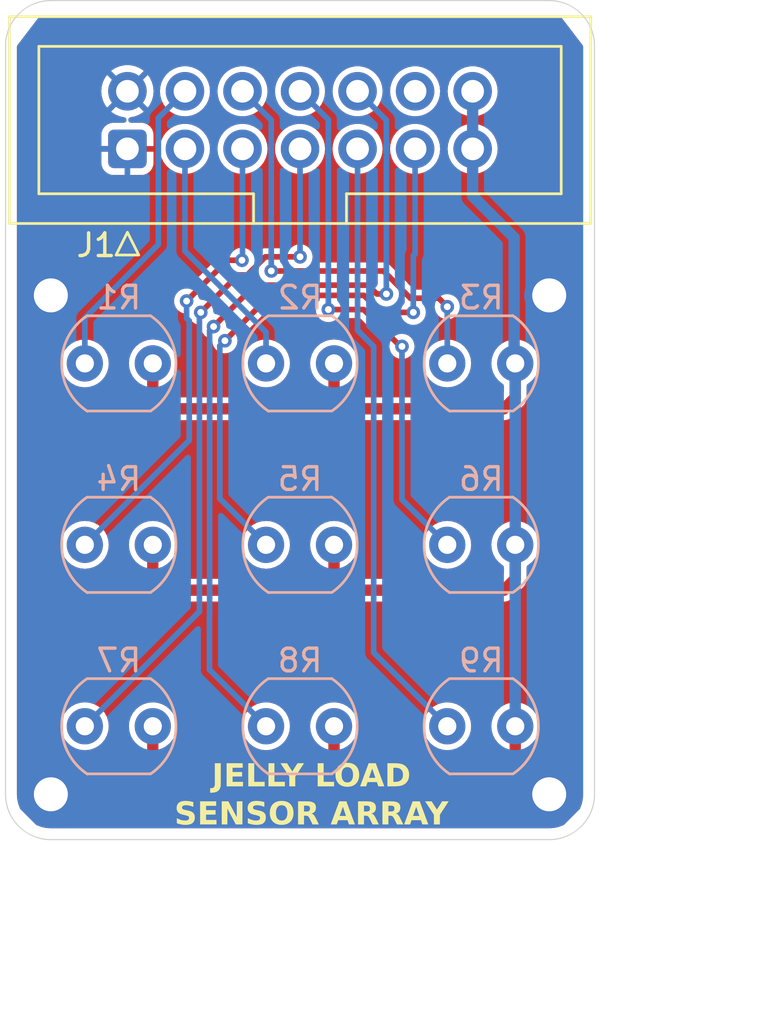
<source format=kicad_pcb>
(kicad_pcb (version 20240108) (generator "pcbnew") (generator_version "8.0")
  (layers (0 "F.Cu" signal) (31 "B.Cu" signal) (34 "B.Paste" user) (35 "F.Paste" user) (36 "B.SilkS" user "B.Silkscreen") (37 "F.SilkS" user "F.Silkscreen") (38 "B.Mask" user) (39 "F.Mask" user) (44 "Edge.Cuts" user))
  (net 0 "")
  (net 1 "/D0")
  (net 2 "/D7")
  (net 3 "/D3")
  (net 4 "/D5")
  (net 5 "/CK")
  (net 6 "VCC")
  (net 7 "/D6")
  (net 8 "/D2")
  (net 10 "GND")
  (net 11 "/D4")
  (net 12 "/D1")
  (footprint "Connector_IDC:IDC-Header_2x07_P2.54mm_Vertical" (layer "F.Cu") (at 142.38 92.54 90)
    (property "Reference" "J1" (at -4.2475 -1.38 180) (layer "F.SilkS"))
    (property "Value" "Conn_02x07_Odd_Even" (hide yes))
    (fp_line (start 5.83 -5.21) (end 5.83 20.45) (stroke (width 0.12)) (layer "F.SilkS"))
    (fp_line (start -3.29 -5.21) (end 5.83 -5.21) (stroke (width 0.12)) (layer "F.SilkS"))
    (fp_line (start 4.52 -3.91) (end 4.52 19.15) (stroke (width 0.12)) (layer "F.SilkS"))
    (fp_line (start -1.98 -3.91) (end 4.52 -3.91) (stroke (width 0.12)) (layer "F.SilkS"))
    (fp_line (start -4.68 -0.5) (end -4.68 0.5) (stroke (width 0.12)) (layer "F.SilkS"))
    (fp_line (start -3.68 0) (end -4.68 -0.5) (stroke (width 0.12)) (layer "F.SilkS"))
    (fp_line (start -4.68 0.5) (end -3.68 0) (stroke (width 0.12)) (layer "F.SilkS"))
    (fp_line (start -1.98 5.57) (end -1.98 -3.91) (stroke (width 0.12)) (layer "F.SilkS"))
    (fp_line (start -3.29 5.57) (end -1.98 5.57) (stroke (width 0.12)) (layer "F.SilkS"))
    (fp_line (start -1.98 9.67) (end -1.98 9.67) (stroke (width 0.12)) (layer "F.SilkS"))
    (fp_line (start -1.98 9.67) (end -3.29 9.67) (stroke (width 0.12)) (layer "F.SilkS"))
    (fp_line (start 4.52 19.15) (end -1.98 19.15) (stroke (width 0.12)) (layer "F.SilkS"))
    (fp_line (start -1.98 19.15) (end -1.98 9.67) (stroke (width 0.12)) (layer "F.SilkS"))
    (fp_line (start 5.83 20.45) (end -3.29 20.45) (stroke (width 0.12)) (layer "F.SilkS"))
    (fp_line (start -3.29 20.45) (end -3.29 -5.21) (stroke (width 0.12)) (layer "F.SilkS"))
    (pad "1" thru_hole roundrect (at 0 0 90) (size 1.7 1.7) (drill 1) (layers "*.Cu" "*.Mask") (roundrect_rratio 0.147059) (net 10 "GND"))
    (pad "2" thru_hole circle (at 2.54 0 90) (size 1.7 1.7) (drill 1) (layers "*.Cu" "*.Mask") (net 10 "GND"))
    (pad "3" thru_hole circle (at 0 2.54 90) (size 1.7 1.7) (drill 1) (layers "*.Cu" "*.Mask") (net 12 "/D1"))
    (pad "4" thru_hole circle (at 2.54 2.54 90) (size 1.7 1.7) (drill 1) (layers "*.Cu" "*.Mask") (net 1 "/D0"))
    (pad "5" thru_hole circle (at 0 5.08 90) (size 1.7 1.7) (drill 1) (layers "*.Cu" "*.Mask") (net 3 "/D3"))
    (pad "6" thru_hole circle (at 2.54 5.08 90) (size 1.7 1.7) (drill 1) (layers "*.Cu" "*.Mask") (net 8 "/D2"))
    (pad "7" thru_hole circle (at 0 7.62 90) (size 1.7 1.7) (drill 1) (layers "*.Cu" "*.Mask") (net 4 "/D5"))
    (pad "8" thru_hole circle (at 2.54 7.62 90) (size 1.7 1.7) (drill 1) (layers "*.Cu" "*.Mask") (net 11 "/D4"))
    (pad "9" thru_hole circle (at 0 10.16 90) (size 1.7 1.7) (drill 1) (layers "*.Cu" "*.Mask") (net 2 "/D7"))
    (pad "10" thru_hole circle (at 2.54 10.16 90) (size 1.7 1.7) (drill 1) (layers "*.Cu" "*.Mask") (net 7 "/D6"))
    (pad "11" thru_hole circle (at 0 12.7 90) (size 1.7 1.7) (drill 1) (layers "*.Cu" "*.Mask") (net 5 "/CK"))
    (pad "12" thru_hole circle (at 2.54 12.7 90) (size 1.7 1.7) (drill 1) (layers "*.Cu" "*.Mask"))
    (pad "13" thru_hole circle (at 0 15.24 90) (size 1.7 1.7) (drill 1) (layers "*.Cu" "*.Mask") (net 6 "VCC"))
    (pad "14" thru_hole circle (at 2.54 15.24 90) (size 1.7 1.7) (drill 1) (layers "*.Cu" "*.Mask") (net 6 "VCC"))
  )
  (footprint "OptoDevice:R_LDR_5.0x4.1mm_P3mm_Vertical" (layer "B.Cu") (at 151.5 118 180)
    (property "Reference" "R8" (at 1.5 2.9 0) (layer "B.SilkS") (effects (justify mirror)))
    (property "Value" "A9013")
    (fp_line (start 2.9 2.1) (end 0.1 2.1) (stroke (width 0.12)) (layer "B.SilkS"))
    (fp_line (start 2.9 -2.1) (end 0.1 -2.1) (stroke (width 0.12)) (layer "B.SilkS"))
    (fp_arc (start 2.886037 -2.109242) (mid 4.023872 -0.008372) (end 2.9 2.1) (stroke (width 0.12)) (layer "B.SilkS"))
    (fp_arc (start 0.113963 2.109242) (mid -1.023872 0.008372) (end 0.1 -2.1) (stroke (width 0.12)) (layer "B.SilkS"))
    (pad "1" thru_hole circle (at 0 0 180) (size 1.6 1.6) (drill 0.8) (layers "*.Cu" "*.Mask") (net 6 "VCC"))
    (pad "2" thru_hole circle (at 3 0 180) (size 1.6 1.6) (drill 0.8) (layers "*.Cu" "*.Mask") (net 7 "/D6"))
  )
  (footprint "OptoDevice:R_LDR_5.0x4.1mm_P3mm_Vertical" (layer "B.Cu") (at 151.5 110 180)
    (property "Reference" "R5" (at 1.5 2.9 0) (layer "B.SilkS") (effects (justify mirror)))
    (property "Value" "A9013")
    (fp_line (start 2.9 2.1) (end 0.1 2.1) (stroke (width 0.12)) (layer "B.SilkS"))
    (fp_line (start 2.9 -2.1) (end 0.1 -2.1) (stroke (width 0.12)) (layer "B.SilkS"))
    (fp_arc (start 2.886037 -2.109242) (mid 4.023872 -0.008372) (end 2.9 2.1) (stroke (width 0.12)) (layer "B.SilkS"))
    (fp_arc (start 0.113963 2.109242) (mid -1.023872 0.008372) (end 0.1 -2.1) (stroke (width 0.12)) (layer "B.SilkS"))
    (pad "1" thru_hole circle (at 0 0 180) (size 1.6 1.6) (drill 0.8) (layers "*.Cu" "*.Mask") (net 6 "VCC"))
    (pad "2" thru_hole circle (at 3 0 180) (size 1.6 1.6) (drill 0.8) (layers "*.Cu" "*.Mask") (net 5 "/CK"))
  )
  (footprint "OptoDevice:R_LDR_5.0x4.1mm_P3mm_Vertical" (layer "B.Cu") (at 143.5 102 180)
    (property "Reference" "R1" (at 1.5 2.9 0) (layer "B.SilkS") (effects (justify mirror)))
    (property "Value" "A9013")
    (fp_line (start 2.9 2.1) (end 0.1 2.1) (stroke (width 0.12)) (layer "B.SilkS"))
    (fp_line (start 2.9 -2.1) (end 0.1 -2.1) (stroke (width 0.12)) (layer "B.SilkS"))
    (fp_arc (start 2.886037 -2.109242) (mid 4.023872 -0.008372) (end 2.9 2.1) (stroke (width 0.12)) (layer "B.SilkS"))
    (fp_arc (start 0.113963 2.109242) (mid -1.023872 0.008372) (end 0.1 -2.1) (stroke (width 0.12)) (layer "B.SilkS"))
    (pad "1" thru_hole circle (at 0 0 180) (size 1.6 1.6) (drill 0.8) (layers "*.Cu" "*.Mask") (net 6 "VCC"))
    (pad "2" thru_hole circle (at 3 0 180) (size 1.6 1.6) (drill 0.8) (layers "*.Cu" "*.Mask") (net 1 "/D0"))
  )
  (footprint "OptoDevice:R_LDR_5.0x4.1mm_P3mm_Vertical" (layer "B.Cu") (at 143.5 110 180)
    (property "Reference" "R4" (at 1.5 2.9 0) (layer "B.SilkS") (effects (justify mirror)))
    (property "Value" "A9013")
    (fp_line (start 2.9 2.1) (end 0.1 2.1) (stroke (width 0.12)) (layer "B.SilkS"))
    (fp_line (start 2.9 -2.1) (end 0.1 -2.1) (stroke (width 0.12)) (layer "B.SilkS"))
    (fp_arc (start 2.886037 -2.109242) (mid 4.023872 -0.008372) (end 2.9 2.1) (stroke (width 0.12)) (layer "B.SilkS"))
    (fp_arc (start 0.113963 2.109242) (mid -1.023872 0.008372) (end 0.1 -2.1) (stroke (width 0.12)) (layer "B.SilkS"))
    (pad "1" thru_hole circle (at 0 0 180) (size 1.6 1.6) (drill 0.8) (layers "*.Cu" "*.Mask") (net 6 "VCC"))
    (pad "2" thru_hole circle (at 3 0 180) (size 1.6 1.6) (drill 0.8) (layers "*.Cu" "*.Mask") (net 3 "/D3"))
  )
  (footprint "OptoDevice:R_LDR_5.0x4.1mm_P3mm_Vertical" (layer "B.Cu") (at 159.5 118 180)
    (property "Reference" "R9" (at 1.5 2.9 0) (layer "B.SilkS") (effects (justify mirror)))
    (property "Value" "A9013")
    (fp_line (start 2.9 2.1) (end 0.1 2.1) (stroke (width 0.12)) (layer "B.SilkS"))
    (fp_line (start 2.9 -2.1) (end 0.1 -2.1) (stroke (width 0.12)) (layer "B.SilkS"))
    (fp_arc (start 2.886037 -2.109242) (mid 4.023872 -0.008372) (end 2.9 2.1) (stroke (width 0.12)) (layer "B.SilkS"))
    (fp_arc (start 0.113963 2.109242) (mid -1.023872 0.008372) (end 0.1 -2.1) (stroke (width 0.12)) (layer "B.SilkS"))
    (pad "1" thru_hole circle (at 0 0 180) (size 1.6 1.6) (drill 0.8) (layers "*.Cu" "*.Mask") (net 6 "VCC"))
    (pad "2" thru_hole circle (at 3 0 180) (size 1.6 1.6) (drill 0.8) (layers "*.Cu" "*.Mask") (net 2 "/D7"))
  )
  (footprint "OptoDevice:R_LDR_5.0x4.1mm_P3mm_Vertical" (layer "B.Cu") (at 151.5 102 180)
    (property "Reference" "R2" (at 1.5 2.9 0) (layer "B.SilkS") (effects (justify mirror)))
    (property "Value" "A9013")
    (fp_line (start 2.9 2.1) (end 0.1 2.1) (stroke (width 0.12)) (layer "B.SilkS"))
    (fp_line (start 2.9 -2.1) (end 0.1 -2.1) (stroke (width 0.12)) (layer "B.SilkS"))
    (fp_arc (start 2.886037 -2.109242) (mid 4.023872 -0.008372) (end 2.9 2.1) (stroke (width 0.12)) (layer "B.SilkS"))
    (fp_arc (start 0.113963 2.109242) (mid -1.023872 0.008372) (end 0.1 -2.1) (stroke (width 0.12)) (layer "B.SilkS"))
    (pad "1" thru_hole circle (at 0 0 180) (size 1.6 1.6) (drill 0.8) (layers "*.Cu" "*.Mask") (net 6 "VCC"))
    (pad "2" thru_hole circle (at 3 0 180) (size 1.6 1.6) (drill 0.8) (layers "*.Cu" "*.Mask") (net 12 "/D1"))
  )
  (footprint "OptoDevice:R_LDR_5.0x4.1mm_P3mm_Vertical" (layer "B.Cu") (at 159.5 102 180)
    (property "Reference" "R3" (at 1.5 2.9 0) (layer "B.SilkS") (effects (justify mirror)))
    (property "Value" "A9013")
    (fp_line (start 2.9 2.1) (end 0.1 2.1) (stroke (width 0.12)) (layer "B.SilkS"))
    (fp_line (start 2.9 -2.1) (end 0.1 -2.1) (stroke (width 0.12)) (layer "B.SilkS"))
    (fp_arc (start 2.886037 -2.109242) (mid 4.023872 -0.008372) (end 2.9 2.1) (stroke (width 0.12)) (layer "B.SilkS"))
    (fp_arc (start 0.113963 2.109242) (mid -1.023872 0.008372) (end 0.1 -2.1) (stroke (width 0.12)) (layer "B.SilkS"))
    (pad "1" thru_hole circle (at 0 0 180) (size 1.6 1.6) (drill 0.8) (layers "*.Cu" "*.Mask") (net 6 "VCC"))
    (pad "2" thru_hole circle (at 3 0 180) (size 1.6 1.6) (drill 0.8) (layers "*.Cu" "*.Mask") (net 8 "/D2"))
  )
  (footprint "OptoDevice:R_LDR_5.0x4.1mm_P3mm_Vertical" (layer "B.Cu") (at 143.5 118 180)
    (property "Reference" "R7" (at 1.5 2.9 0) (layer "B.SilkS") (effects (justify mirror)))
    (property "Value" "A9013")
    (fp_line (start 2.9 2.1) (end 0.1 2.1) (stroke (width 0.12)) (layer "B.SilkS"))
    (fp_line (start 2.9 -2.1) (end 0.1 -2.1) (stroke (width 0.12)) (layer "B.SilkS"))
    (fp_arc (start 2.886037 -2.109242) (mid 4.023872 -0.008372) (end 2.9 2.1) (stroke (width 0.12)) (layer "B.SilkS"))
    (fp_arc (start 0.113963 2.109242) (mid -1.023872 0.008372) (end 0.1 -2.1) (stroke (width 0.12)) (layer "B.SilkS"))
    (pad "1" thru_hole circle (at 0 0 180) (size 1.6 1.6) (drill 0.8) (layers "*.Cu" "*.Mask") (net 6 "VCC"))
    (pad "2" thru_hole circle (at 3 0 180) (size 1.6 1.6) (drill 0.8) (layers "*.Cu" "*.Mask") (net 4 "/D5"))
  )
  (footprint "OptoDevice:R_LDR_5.0x4.1mm_P3mm_Vertical" (layer "B.Cu") (at 159.5 110 180)
    (property "Reference" "R6" (at 1.5 2.9 0) (layer "B.SilkS") (effects (justify mirror)))
    (property "Value" "A9013")
    (fp_line (start 2.9 2.1) (end 0.1 2.1) (stroke (width 0.12)) (layer "B.SilkS"))
    (fp_line (start 2.9 -2.1) (end 0.1 -2.1) (stroke (width 0.12)) (layer "B.SilkS"))
    (fp_arc (start 2.886037 -2.109242) (mid 4.023872 -0.008372) (end 2.9 2.1) (stroke (width 0.12)) (layer "B.SilkS"))
    (fp_arc (start 0.113963 2.109242) (mid -1.023872 0.008372) (end 0.1 -2.1) (stroke (width 0.12)) (layer "B.SilkS"))
    (pad "1" thru_hole circle (at 0 0 180) (size 1.6 1.6) (drill 0.8) (layers "*.Cu" "*.Mask") (net 6 "VCC"))
    (pad "2" thru_hole circle (at 3 0 180) (size 1.6 1.6) (drill 0.8) (layers "*.Cu" "*.Mask") (net 11 "/D4"))
  )
  (gr_arc (start 137 88) (mid 137.585786 86.585786) (end 139 86) (stroke (width 0.05)) (layer "Edge.Cuts"))
  (gr_line (start 139 123) (end 161 123) (stroke (width 0.05)) (layer "Edge.Cuts"))
  (gr_line (start 137 88) (end 137 121) (stroke (width 0.05)) (layer "Edge.Cuts"))
  (gr_line (start 161 86) (end 139 86) (stroke (width 0.05)) (layer "Edge.Cuts"))
  (gr_arc (start 161 86) (mid 162.414214 86.585786) (end 163 88) (stroke (width 0.05)) (layer "Edge.Cuts"))
  (gr_arc (start 139 123) (mid 137.585786 122.414214) (end 137 121) (stroke (width 0.05)) (layer "Edge.Cuts"))
  (gr_arc (start 163 121) (mid 162.414214 122.414214) (end 161 123) (stroke (width 0.05)) (layer "Edge.Cuts"))
  (gr_line (start 163 121) (end 163 88) (stroke (width 0.05)) (layer "Edge.Cuts"))
  (gr_text "JELLY LOAD\nSENSOR ARRAY" (at 150.5 122.5 0) (layer "F.SilkS") (effects (font (size 1 1)) (justify bottom)))
  (segment (start 140.5 102) (end 140.5 100) (width 0.25) (layer "B.Cu") (net 1))
  (segment (start 143.745 96.755) (end 143.745 91.175) (width 0.25) (layer "B.Cu") (net 1))
  (segment (start 140.5 100) (end 143.745 96.755) (width 0.25) (layer "B.Cu") (net 1))
  (segment (start 143.745 91.175) (end 144.92 90) (width 0.25) (layer "B.Cu") (net 1))
  (segment (start 152.54 100.54) (end 152.54 92.54) (width 0.25) (layer "B.Cu") (net 2))
  (segment (start 156.5 118) (end 153.25 114.75) (width 0.25) (layer "B.Cu") (net 2))
  (segment (start 153.25 114.75) (end 153.25 101.25) (width 0.25) (layer "B.Cu") (net 2))
  (segment (start 153.25 101.25) (end 152.54 100.54) (width 0.25) (layer "B.Cu") (net 2))
  (segment (start 146.791255 97.451116) (end 147.436116 97.451116) (width 0.25) (layer "F.Cu") (net 3))
  (segment (start 144.992371 99.25) (end 146.791255 97.451116) (width 0.25) (layer "F.Cu") (net 3))
  (via (at 147.436116 97.451116) (size 0.6) (drill 0.3) (layers "F.Cu" "B.Cu") (net 3))
  (via (at 144.992371 99.25) (size 0.6) (drill 0.3) (layers "F.Cu" "B.Cu") (net 3))
  (segment (start 144.992371 100.008884) (end 145.108058 100.124571) (width 0.25) (layer "B.Cu") (net 3))
  (segment (start 147.46 97.427232) (end 147.46 92.54) (width 0.25) (layer "B.Cu") (net 3))
  (segment (start 144.992371 99.25) (end 144.992371 100.008884) (width 0.25) (layer "B.Cu") (net 3))
  (segment (start 145.108058 100.124571) (end 145.108058 105.391942) (width 0.25) (layer "B.Cu") (net 3))
  (segment (start 145.108058 105.391942) (end 140.5 110) (width 0.25) (layer "B.Cu") (net 3))
  (segment (start 147.436116 97.451116) (end 147.46 97.427232) (width 0.25) (layer "B.Cu") (net 3))
  (segment (start 147.267371 98.1) (end 147.671116 98.1) (width 0.25) (layer "F.Cu") (net 4))
  (segment (start 145.617371 99.75) (end 147.267371 98.1) (width 0.25) (layer "F.Cu") (net 4))
  (segment (start 148.471116 97.3) (end 150 97.3) (width 0.25) (layer "F.Cu") (net 4))
  (segment (start 147.671116 98.1) (end 148.471116 97.3) (width 0.25) (layer "F.Cu") (net 4))
  (via (at 150 97.3) (size 0.6) (drill 0.3) (layers "F.Cu" "B.Cu") (net 4))
  (via (at 145.617371 99.75) (size 0.6) (drill 0.3) (layers "F.Cu" "B.Cu") (net 4))
  (segment (start 145.558058 99.809313) (end 145.558058 112.941942) (width 0.25) (layer "B.Cu") (net 4))
  (segment (start 145.617371 99.75) (end 145.558058 99.809313) (width 0.25) (layer "B.Cu") (net 4))
  (segment (start 150 97.3) (end 150 92.54) (width 0.25) (layer "B.Cu") (net 4))
  (segment (start 145.558058 112.941942) (end 140.5 118) (width 0.25) (layer "B.Cu") (net 4))
  (segment (start 148.683058 99) (end 152.818198 99) (width 0.25) (layer "F.Cu") (net 5))
  (segment (start 153.568198 99.75) (end 155 99.75) (width 0.25) (layer "F.Cu") (net 5))
  (segment (start 146.683058 101) (end 148.683058 99) (width 0.25) (layer "F.Cu") (net 5))
  (segment (start 152.818198 99) (end 153.568198 99.75) (width 0.25) (layer "F.Cu") (net 5))
  (via (at 155 99.75) (size 0.6) (drill 0.3) (layers "F.Cu" "B.Cu") (net 5))
  (via (at 146.683058 101) (size 0.6) (drill 0.3) (layers "F.Cu" "B.Cu") (net 5))
  (segment (start 155 97.25) (end 155.08 97.17) (width 0.25) (layer "B.Cu") (net 5))
  (segment (start 146.458058 101.225) (end 146.458058 107.958058) (width 0.25) (layer "B.Cu") (net 5))
  (segment (start 146.458058 107.958058) (end 148.5 110) (width 0.25) (layer "B.Cu") (net 5))
  (segment (start 146.683058 101) (end 146.458058 101.225) (width 0.25) (layer "B.Cu") (net 5))
  (segment (start 155.08 97.17) (end 155.08 92.54) (width 0.25) (layer "B.Cu") (net 5))
  (segment (start 155 99.75) (end 155 97.25) (width 0.25) (layer "B.Cu") (net 5))
  (segment (start 151.5 102) (end 151.5 104) (width 0.5) (layer "F.Cu") (net 6))
  (segment (start 159.5 111.5) (end 159 112) (width 0.5) (layer "F.Cu") (net 6))
  (segment (start 159.5 119.5) (end 159 120) (width 0.5) (layer "F.Cu") (net 6))
  (segment (start 144 104) (end 143.5 103.5) (width 0.5) (layer "F.Cu") (net 6))
  (segment (start 159 104) (end 151.5 104) (width 0.5) (layer "F.Cu") (net 6))
  (segment (start 144 120) (end 143.5 119.5) (width 0.5) (layer "F.Cu") (net 6))
  (segment (start 151.5 104) (end 144 104) (width 0.5) (layer "F.Cu") (net 6))
  (segment (start 143.5 103.5) (end 143.5 102) (width 0.5) (layer "F.Cu") (net 6))
  (segment (start 159 112) (end 151.5 112) (width 0.5) (layer "F.Cu") (net 6))
  (segment (start 159.5 118) (end 159.5 119.5) (width 0.5) (layer "F.Cu") (net 6))
  (segment (start 159.5 103.5) (end 159 104) (width 0.5) (layer "F.Cu") (net 6))
  (segment (start 159 120) (end 151.5 120) (width 0.5) (layer "F.Cu") (net 6))
  (segment (start 159.5 102) (end 159.5 103.5) (width 0.5) (layer "F.Cu") (net 6))
  (segment (start 151.5 112) (end 144 112) (width 0.5) (layer "F.Cu") (net 6))
  (segment (start 144 112) (end 143.5 111.5) (width 0.5) (layer "F.Cu") (net 6))
  (segment (start 151.5 120) (end 144 120) (width 0.5) (layer "F.Cu") (net 6))
  (segment (start 143.5 111.5) (end 143.5 110) (width 0.5) (layer "F.Cu") (net 6))
  (segment (start 159.5 110) (end 159.5 111.5) (width 0.5) (layer "F.Cu") (net 6))
  (segment (start 151.5 110) (end 151.5 112) (width 0.5) (layer "F.Cu") (net 6))
  (segment (start 143.5 119.5) (end 143.5 118) (width 0.5) (layer "F.Cu") (net 6))
  (segment (start 151.5 118) (end 151.5 120) (width 0.5) (layer "F.Cu") (net 6))
  (segment (start 159.45 96.45) (end 159.45 101.95) (width 0.5) (layer "B.Cu") (net 6))
  (segment (start 157.62 92.54) (end 157.62 94.62) (width 0.5) (layer "B.Cu") (net 6))
  (segment (start 159.5 102) (end 159.5 110) (width 0.5) (layer "B.Cu") (net 6))
  (segment (start 159.5 110) (end 159.5 118) (width 0.5) (layer "B.Cu") (net 6))
  (segment (start 159.45 101.95) (end 159.5 102) (width 0.5) (layer "B.Cu") (net 6))
  (segment (start 157.62 94.62) (end 159.45 96.45) (width 0.5) (layer "B.Cu") (net 6))
  (segment (start 157.62 90) (end 157.62 92.54) (width 0.5) (layer "B.Cu") (net 6))
  (segment (start 146.183058 100.375499) (end 148.008557 98.55) (width 0.25) (layer "F.Cu") (net 7))
  (segment (start 153.004594 98.55) (end 153.392094 98.9375) (width 0.25) (layer "F.Cu") (net 7))
  (segment (start 148.008557 98.55) (end 153.004594 98.55) (width 0.25) (layer "F.Cu") (net 7))
  (segment (start 153.392094 98.9375) (end 153.8125 98.9375) (width 0.25) (layer "F.Cu") (net 7))
  (via (at 153.8125 98.9375) (size 0.6) (drill 0.3) (layers "F.Cu" "B.Cu") (net 7))
  (via (at 146.183058 100.375499) (size 0.6) (drill 0.3) (layers "F.Cu" "B.Cu") (net 7))
  (segment (start 146.183058 100.375499) (end 146.008058 100.550499) (width 0.25) (layer "B.Cu") (net 7))
  (segment (start 153.81 91.27) (end 152.54 90) (width 0.25) (layer "B.Cu") (net 7))
  (segment (start 146.008058 100.550499) (end 146.008058 113.128338) (width 0.25) (layer "B.Cu") (net 7))
  (segment (start 146.008058 113.128338) (end 146 113.136396) (width 0.25) (layer "B.Cu") (net 7))
  (segment (start 153.81 98.935) (end 153.81 91.27) (width 0.25) (layer "B.Cu") (net 7))
  (segment (start 146 115.5) (end 148.5 118) (width 0.25) (layer "B.Cu") (net 7))
  (segment (start 153.8125 98.9375) (end 153.81 98.935) (width 0.25) (layer "B.Cu") (net 7))
  (segment (start 146 113.136396) (end 146 115.5) (width 0.25) (layer "B.Cu") (net 7))
  (segment (start 154.4375 98.6875) (end 154.875 99.125) (width 0.25) (layer "F.Cu") (net 8))
  (segment (start 153.683884 97.925) (end 154.4375 98.678616) (width 0.25) (layer "F.Cu") (net 8))
  (segment (start 156.125 99.125) (end 156.5 99.5) (width 0.25) (layer "F.Cu") (net 8))
  (segment (start 154.875 99.125) (end 156.125 99.125) (width 0.25) (layer "F.Cu") (net 8))
  (segment (start 148.73 97.925) (end 153.683884 97.925) (width 0.25) (layer "F.Cu") (net 8))
  (segment (start 154.4375 98.678616) (end 154.4375 98.6875) (width 0.25) (layer "F.Cu") (net 8))
  (via (at 148.73 97.925) (size 0.6) (drill 0.3) (layers "F.Cu" "B.Cu") (net 8))
  (via (at 156.5 99.5) (size 0.6) (drill 0.3) (layers "F.Cu" "B.Cu") (net 8))
  (segment (start 148.73 97.925) (end 148.73 91.27) (width 0.25) (layer "B.Cu") (net 8))
  (segment (start 156.5 99.5) (end 156.5 102) (width 0.25) (layer "B.Cu") (net 8))
  (segment (start 148.73 91.27) (end 147.46 90) (width 0.25) (layer "B.Cu") (net 8))
  (via (at 161 99) (size 2.2) (drill 1.5) (layers "F.Cu" "B.Cu") (net 10))
  (via (at 139 99) (size 2.2) (drill 1.5) (layers "F.Cu" "B.Cu") (net 10))
  (via (at 139 121) (size 2.2) (drill 1.5) (layers "F.Cu" "B.Cu") (net 10))
  (via (at 161 121) (size 2.2) (drill 1.5) (layers "F.Cu" "B.Cu") (net 10))
  (segment (start 152.806802 99.625) (end 151.25 99.625) (width 0.25) (layer "F.Cu") (net 11))
  (segment (start 154.5 101.25) (end 154.431802 101.25) (width 0.25) (layer "F.Cu") (net 11))
  (segment (start 154.431802 101.25) (end 152.806802 99.625) (width 0.25) (layer "F.Cu") (net 11))
  (via (at 151.25 99.625) (size 0.6) (drill 0.3) (layers "F.Cu" "B.Cu") (net 11))
  (via (at 154.5 101.25) (size 0.6) (drill 0.3) (layers "F.Cu" "B.Cu") (net 11))
  (segment (start 154.5 101.25) (end 154.5 108) (width 0.25) (layer "B.Cu") (net 11))
  (segment (start 151.25 91.25) (end 150 90) (width 0.25) (layer "B.Cu") (net 11))
  (segment (start 154.5 108) (end 156.5 110) (width 0.25) (layer "B.Cu") (net 11))
  (segment (start 151.25 99.625) (end 151.25 91.25) (width 0.25) (layer "B.Cu") (net 11))
  (segment (start 144.92 97.045) (end 144.92 92.54) (width 0.25) (layer "B.Cu") (net 12))
  (segment (start 148.5 102) (end 148.5 100.625) (width 0.25) (layer "B.Cu") (net 12))
  (segment (start 148.5 100.625) (end 144.92 97.045) (width 0.25) (layer "B.Cu") (net 12))
  (zone (net 10) (net_name "GND") (layers "F&B.Cu") (connect_pads (clearance 0.25)) (min_thickness 0.25) (fill yes (thermal_gap 0.3) (thermal_bridge_width 0.25))
    (polygon (pts (xy 138.5 86.694183) (xy 137.5 88) (xy 137.5 121.5) (xy 138.5 122.5) (xy 161.5 122.5) (xy 162.5 121.5) (xy 162.5 88) (xy 161.5 86.694183)))
  )
)
</source>
